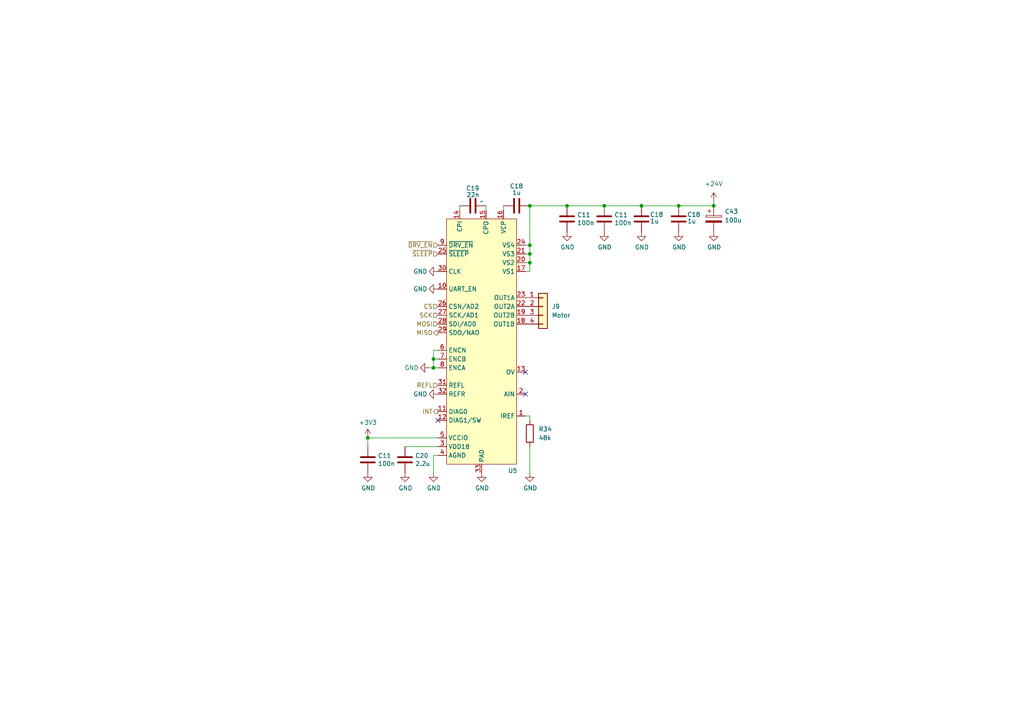
<source format=kicad_sch>
(kicad_sch (version 20230121) (generator eeschema)
  (paper "A4")
  (title_block (title "TkkrLab Pick&Place controller") (date "2024-01-09") (rev "0.1") (company "Nicolai Electronics"))
  (lib_symbols
    (symbol "Connector_Generic:Conn_01x04" (pin_names (offset 1.016) hide)
      (property "Reference" "J" (at 0 5.08 0))
      (property "Value" "Conn_01x04" (at 0 -7.62 0))
      (symbol "Conn_01x04_1_1"
        (rectangle (start -1.27 -4.953) (end 0 -5.207) (stroke (width 0.1524)))
        (rectangle (start -1.27 -2.413) (end 0 -2.667) (stroke (width 0.1524)))
        (rectangle (start -1.27 0.127) (end 0 -0.127) (stroke (width 0.1524)))
        (rectangle (start -1.27 2.667) (end 0 2.413) (stroke (width 0.1524)))
        (rectangle (start -1.27 3.81) (end 1.27 -6.35) (stroke (width 0.254)) (fill (type background)))
        (pin passive line (at -5.08 2.54 0) (length 3.81) (name "Pin_1") (number "1"))
        (pin passive line (at -5.08 0 0) (length 3.81) (name "Pin_2") (number "2"))
        (pin passive line (at -5.08 -2.54 0) (length 3.81) (name "Pin_3") (number "3"))
        (pin passive line (at -5.08 -5.08 0) (length 3.81) (name "Pin_4") (number "4"))
      )
    )
    (symbol "Device:C_Polarized" (pin_numbers hide) (pin_names (offset 0.254))
      (property "Reference" "C" (at 0.635 2.54 0))
      (property "Value" "C_Polarized" (at 0.635 -2.54 0))
      (symbol "C_Polarized_0_1"
        (rectangle (start -2.286 0.508) (end 2.286 1.016))
        (polyline (pts (xy -1.778 2.286) (xy -0.762 2.286)))
        (polyline (pts (xy -1.27 2.794) (xy -1.27 1.778)))
        (rectangle (start 2.286 -0.508) (end -2.286 -1.016) (fill (type outline)))
      )
      (symbol "C_Polarized_1_1"
        (pin passive line (at 0 3.81 270) (length 2.794) (name "~") (number "1"))
        (pin passive line (at 0 -3.81 90) (length 2.794) (name "~") (number "2"))
      )
    )
    (symbol "Device:R" (pin_numbers hide) (pin_names (offset 0))
      (property "Reference" "R" (at 2.032 0 90))
      (property "Value" "R" (at 0 0 90))
      (symbol "R_0_1"
        (rectangle (start -1.016 -2.54) (end 1.016 2.54) (stroke (width 0.254)))
      )
      (symbol "R_1_1"
        (pin passive line (at 0 3.81 270) (length 1.27) (name "~") (number "1"))
        (pin passive line (at 0 -3.81 90) (length 1.27) (name "~") (number "2"))
      )
    )
    (symbol "mch2021-rescue:+3.3V-power" (power) (pin_names (offset 0))
      (property "Value" "+3.3V-power" (at 0 3.556 0))
      (symbol "+3.3V-power_0_1"
        (polyline (pts (xy -0.762 1.27) (xy 0 2.54)))
        (polyline (pts (xy 0 0) (xy 0 2.54)))
        (polyline (pts (xy 0 2.54) (xy 0.762 1.27)))
      )
      (symbol "+3.3V-power_1_1"
        (pin power_in line (at 0 0 90) (length 0) hide (name "+3V3") (number "1"))
      )
    )
    (symbol "mch2021-rescue:C-Device" (pin_numbers hide) (pin_names (offset 0.254))
      (property "Reference" "C" (at 0.635 2.54 0))
      (property "Value" "C-Device" (at 0.635 -2.54 0))
      (symbol "C-Device_0_1"
        (polyline (pts (xy -2.032 -0.762) (xy 2.032 -0.762)) (stroke (width 0.508)))
        (polyline (pts (xy -2.032 0.762) (xy 2.032 0.762)) (stroke (width 0.508)))
      )
      (symbol "C-Device_1_1"
        (pin passive line (at 0 3.81 270) (length 2.794) (name "~") (number "1"))
        (pin passive line (at 0 -3.81 90) (length 2.794) (name "~") (number "2"))
      )
    )
    (symbol "mch2021-rescue:GND-power" (power) (pin_names (offset 0))
      (property "Value" "GND-power" (at 0 -3.81 0))
      (symbol "GND-power_0_1"
        (polyline (pts (xy 0 0) (xy 0 -1.27) (xy 1.27 -1.27) (xy 0 -2.54) (xy -1.27 -1.27) (xy 0 -1.27)))
      )
      (symbol "GND-power_1_1"
        (pin power_in line (at 0 0 270) (length 0) hide (name "GND") (number "1"))
      )
    )
    (symbol "power:+24V" (power) (pin_names (offset 0))
      (property "Value" "+24V" (at 0 3.556 0))
      (symbol "+24V_0_1"
        (polyline (pts (xy -0.762 1.27) (xy 0 2.54)))
        (polyline (pts (xy 0 0) (xy 0 2.54)))
        (polyline (pts (xy 0 2.54) (xy 0.762 1.27)))
      )
      (symbol "+24V_1_1"
        (pin power_in line (at 0 0 90) (length 0) hide (name "+24V") (number "1"))
      )
    )
    (symbol "tmc5240:TMC5240"
      (property "Reference" "U" (at -8.89 -36.83 0))
      (symbol "TMC5240_1_1"
        (rectangle (start -10.16 35.56) (end 10.16 -35.56) (fill (type background)))
        (pin input line (at 12.7 -21.59 180) (length 2.54) (name "IREF") (number "1"))
        (pin input line (at -12.7 15.24 0) (length 2.54) (name "UART_EN") (number "10"))
        (pin input line (at -12.7 -20.32 0) (length 2.54) (name "DIAG0") (number "11"))
        (pin input line (at -12.7 -22.86 0) (length 2.54) (name "DIAG1/SW") (number "12"))
        (pin input line (at 12.7 -8.89 180) (length 2.54) (name "OV") (number "13"))
        (pin input line (at -6.35 38.1 270) (length 2.54) (name "CPI") (number "14"))
        (pin input line (at 1.27 38.1 270) (length 2.54) (name "CPO") (number "15"))
        (pin input line (at 6.35 38.1 270) (length 2.54) (name "VCP") (number "16"))
        (pin power_in line (at 12.7 20.32 180) (length 2.54) (name "VS1") (number "17"))
        (pin output line (at 12.7 5.08 180) (length 2.54) (name "OUT1B") (number "18"))
        (pin output line (at 12.7 7.62 180) (length 2.54) (name "OUT2B") (number "19"))
        (pin input line (at 12.7 -15.24 180) (length 2.54) (name "AIN") (number "2"))
        (pin power_in line (at 12.7 22.86 180) (length 2.54) (name "VS2") (number "20"))
        (pin power_in line (at 12.7 25.4 180) (length 2.54) (name "VS3") (number "21"))
        (pin output line (at 12.7 10.16 180) (length 2.54) (name "OUT2A") (number "22"))
        (pin output line (at 12.7 12.7 180) (length 2.54) (name "OUT1A") (number "23"))
        (pin power_in line (at 12.7 27.94 180) (length 2.54) (name "VS4") (number "24"))
        (pin input line (at -12.7 25.4 0) (length 2.54) (name "~{SLEEP}") (number "25"))
        (pin input line (at -12.7 10.16 0) (length 2.54) (name "CSN/AD2") (number "26"))
        (pin input line (at -12.7 7.62 0) (length 2.54) (name "SCK/AD1") (number "27"))
        (pin input line (at -12.7 5.08 0) (length 2.54) (name "SDI/AD0") (number "28"))
        (pin input line (at -12.7 2.54 0) (length 2.54) (name "SDO/NAO") (number "29"))
        (pin power_out line (at -12.7 -30.48 0) (length 2.54) (name "VDD18") (number "3"))
        (pin input line (at -12.7 20.32 0) (length 2.54) (name "CLK") (number "30"))
        (pin input line (at -12.7 -12.7 0) (length 2.54) (name "REFL") (number "31"))
        (pin input line (at -12.7 -15.24 0) (length 2.54) (name "REFR") (number "32"))
        (pin input line (at 0 -38.1 90) (length 2.54) (name "PAD") (number "33"))
        (pin power_in line (at -12.7 -33.02 0) (length 2.54) (name "AGND") (number "4"))
        (pin power_in line (at -12.7 -27.94 0) (length 2.54) (name "VCCIO") (number "5"))
        (pin input line (at -12.7 -2.54 0) (length 2.54) (name "ENCN") (number "6"))
        (pin input line (at -12.7 -5.08 0) (length 2.54) (name "ENCB") (number "7"))
        (pin input line (at -12.7 -7.62 0) (length 2.54) (name "ENCA") (number "8"))
        (pin input line (at -12.7 27.94 0) (length 2.54) (name "~{DRV_EN}") (number "9"))
      )
    )
  )
  (junction (at 153.67 73.66))
  (junction (at 125.73 104.14))
  (junction (at 106.68 127))
  (junction (at 153.67 71.12))
  (junction (at 153.67 59.69))
  (junction (at 175.26 59.69))
  (junction (at 196.85 59.69))
  (junction (at 164.465 59.69))
  (junction (at 125.73 106.68))
  (junction (at 153.67 76.2))
  (junction (at 186.055 59.69))
  (junction (at 207.01 59.69))
  (no_connect (at 127 121.92))
  (no_connect (at 152.4 107.95))
  (no_connect (at 152.4 114.3))
  (wire (pts (xy 153.67 59.69) (xy 164.465 59.69)))
  (wire (pts (xy 175.26 59.69) (xy 186.055 59.69)))
  (wire (pts (xy 127 132.08) (xy 125.73 132.08)))
  (wire (pts (xy 153.67 71.12) (xy 152.4 71.12)))
  (wire (pts (xy 133.35 59.69) (xy 133.35 60.96)))
  (wire (pts (xy 153.67 78.74) (xy 153.67 76.2)))
  (wire (pts (xy 153.67 120.65) (xy 152.4 120.65)))
  (wire (pts (xy 117.475 129.54) (xy 127 129.54)))
  (wire (pts (xy 153.67 76.2) (xy 153.67 73.66)))
  (wire (pts (xy 153.67 121.92) (xy 153.67 120.65)))
  (wire (pts (xy 127 127) (xy 106.68 127)))
  (wire (pts (xy 152.4 78.74) (xy 153.67 78.74)))
  (wire (pts (xy 153.67 129.54) (xy 153.67 137.16)))
  (wire (pts (xy 125.73 106.68) (xy 125.73 104.14)))
  (wire (pts (xy 207.01 58.42) (xy 207.01 59.69)))
  (wire (pts (xy 125.73 106.68) (xy 127 106.68)))
  (wire (pts (xy 140.97 59.69) (xy 140.97 60.96)))
  (wire (pts (xy 106.68 127) (xy 106.68 129.54)))
  (wire (pts (xy 153.67 59.69) (xy 153.67 71.12)))
  (wire (pts (xy 125.73 132.08) (xy 125.73 137.16)))
  (wire (pts (xy 146.05 59.69) (xy 146.05 60.96)))
  (wire (pts (xy 124.46 106.68) (xy 125.73 106.68)))
  (wire (pts (xy 152.4 76.2) (xy 153.67 76.2)))
  (wire (pts (xy 153.67 73.66) (xy 153.67 71.12)))
  (wire (pts (xy 125.73 104.14) (xy 127 104.14)))
  (wire (pts (xy 125.73 104.14) (xy 125.73 101.6)))
  (wire (pts (xy 186.055 59.69) (xy 196.85 59.69)))
  (wire (pts (xy 152.4 73.66) (xy 153.67 73.66)))
  (wire (pts (xy 125.73 101.6) (xy 127 101.6)))
  (wire (pts (xy 196.85 59.69) (xy 207.01 59.69)))
  (wire (pts (xy 164.465 59.69) (xy 175.26 59.69)))
  (hierarchical_label "MISO" (shape output) (at 127 96.52 180))
  (hierarchical_label "SCK" (shape input) (at 127 91.44 180))
  (hierarchical_label "CS" (shape input) (at 127 88.9 180))
  (hierarchical_label "MOSI" (shape input) (at 127 93.98 180))
  (hierarchical_label "INT" (shape output) (at 127 119.38 180))
  (hierarchical_label "~{SLEEP}" (shape input) (at 127 73.66 180))
  (hierarchical_label "~{DRV_EN}" (shape input) (at 127 71.12 180))
  (hierarchical_label "REFL" (shape input) (at 127 111.76 180))
  (symbol (lib_id "mch2021-rescue:GND-power") (at 124.46 106.68 270) (unit 1)
    (property "Reference" "#PWR021" (effects hide))
    (property "Value" "GND" (at 119.38 106.68 90))
    (instances (project "pnp1" (path "" (reference "#PWR021") (unit 1)) (path "" (reference "#PWR057") (unit 1)) (path "" (reference "#PWR076") (unit 1)) (path "" (reference "#PWR089") (unit 1))))
  )
  (symbol (lib_id "mch2021-rescue:GND-power") (at 164.465 67.31 0) (unit 1)
    (property "Reference" "#PWR020" (effects hide))
    (property "Value" "GND" (at 164.592 71.7042 0))
    (instances (project "pnp1" (path "" (reference "#PWR020") (unit 1)) (path "" (reference "#PWR064") (unit 1)) (path "" (reference "#PWR083") (unit 1)) (path "" (reference "#PWR096") (unit 1))))
  )
  (symbol (lib_id "Device:R") (at 153.67 125.73 0) (unit 1)
    (property "Reference" "R34" (at 156.21 124.46 0) (effects (justify left)))
    (property "Value" "48k" (at 156.21 127 0) (effects (justify left)))
    (property "Footprint" "Resistor_SMD:R_0402_1005Metric" (effects hide))
    (instances (project "pnp1" (path "" (reference "R34") (unit 1)) (path "" (reference "R36") (unit 1)) (path "" (reference "R35") (unit 1))))
  )
  (symbol (lib_id "mch2021-rescue:GND-power") (at 139.7 137.16 0) (unit 1)
    (property "Reference" "#PWR020" (effects hide))
    (property "Value" "GND" (at 139.827 141.5542 0))
    (instances (project "pnp1" (path "" (reference "#PWR020") (unit 1)) (path "" (reference "#PWR062") (unit 1)) (path "" (reference "#PWR081") (unit 1)) (path "" (reference "#PWR094") (unit 1))))
  )
  (symbol (lib_id "mch2021-rescue:C-Device") (at 175.26 63.5 0) (unit 1)
    (property "Reference" "C11" (at 178.181 62.3316 0) (effects (justify left)))
    (property "Value" "100n" (at 178.181 64.643 0) (effects (justify left)))
    (property "Footprint" "Capacitor_SMD:C_0402_1005Metric" (effects hide))
    (property "Datasheet" "https://datasheet.lcsc.com/lcsc/1810191222_Samsung-Electro-Mechanics-CL05B104KB54PNC_C307331.pdf" (effects hide))
    (property "LCSC" "C307331" (effects hide))
    (property "Mouser" "-" (effects hide))
    (property "Sponsored" "N" (effects hide))
    (property "Category" "Capacitors" (effects hide))
    (property "Description" "Generic part" (effects hide))
    (property "Buy early" "Y" (effects hide))
    (property "MPN" "CL05B104KB54PNC" (effects hide))
    (property "Manufacturer" "Samsung Electro-Mechanics" (effects hide))
    (property "Minimal voltage rating" "10" (effects hide))
    (property "Voltage rating" "50" (effects hide))
    (instances (project "pnp1" (path "" (reference "C11") (unit 1)) (path "" (reference "C11") (unit 1)) (path "" (reference "C24") (unit 1)) (path "" (reference "C33") (unit 1)) (path "" (reference "C40") (unit 1))))
  )
  (symbol (lib_id "mch2021-rescue:GND-power") (at 175.26 67.31 0) (unit 1)
    (property "Reference" "#PWR020" (effects hide))
    (property "Value" "GND" (at 175.387 71.7042 0))
    (instances (project "pnp1" (path "" (reference "#PWR020") (unit 1)) (path "" (reference "#PWR065") (unit 1)) (path "" (reference "#PWR084") (unit 1)) (path "" (reference "#PWR097") (unit 1))))
  )
  (symbol (lib_id "mch2021-rescue:GND-power") (at 127 83.82 270) (unit 1)
    (property "Reference" "#PWR04" (effects hide))
    (property "Value" "GND" (at 121.92 83.82 90))
    (instances (project "pnp1" (path "" (reference "#PWR04") (unit 1)) (path "" (reference "#PWR060") (unit 1)) (path "" (reference "#PWR079") (unit 1)) (path "" (reference "#PWR092") (unit 1))))
  )
  (symbol (lib_id "mch2021-rescue:GND-power") (at 117.475 137.16 0) (unit 1)
    (property "Reference" "#PWR021" (effects hide))
    (property "Value" "GND" (at 117.602 141.5542 0))
    (instances (project "pnp1" (path "" (reference "#PWR021") (unit 1)) (path "" (reference "#PWR056") (unit 1)) (path "" (reference "#PWR075") (unit 1)) (path "" (reference "#PWR088") (unit 1))))
  )
  (symbol (lib_id "mch2021-rescue:GND-power") (at 106.68 137.16 0) (unit 1)
    (property "Reference" "#PWR021" (effects hide))
    (property "Value" "GND" (at 106.807 141.5542 0))
    (instances (project "pnp1" (path "" (reference "#PWR021") (unit 1)) (path "" (reference "#PWR055") (unit 1)) (path "" (reference "#PWR074") (unit 1)) (path "" (reference "#PWR072") (unit 1))))
  )
  (symbol (lib_id "mch2021-rescue:C-Device") (at 117.475 133.35 0) (unit 1)
    (property "Reference" "C20" (at 120.396 132.1816 0) (effects (justify left)))
    (property "Value" "2.2u" (at 120.396 134.493 0) (effects (justify left)))
    (property "Footprint" "Capacitor_SMD:C_0402_1005Metric" (effects hide))
    (instances (project "pnp1" (path "" (reference "C20") (unit 1)) (path "" (reference "C20") (unit 1)) (path "" (reference "C29") (unit 1)) (path "" (reference "C36") (unit 1))))
  )
  (symbol (lib_id "mch2021-rescue:C-Device") (at 196.85 63.5 180) (unit 1)
    (property "Reference" "C18" (at 203.2 62.23 0) (effects (justify left)))
    (property "Value" "1u" (at 201.93 64.135 0) (effects (justify left)))
    (property "Footprint" "Capacitor_SMD:C_0402_1005Metric" (effects hide))
    (property "Datasheet" "https://datasheet.lcsc.com/lcsc/1810191216_Samsung-Electro-Mechanics-CL05A105KQ5NNNC_C107372.pdf" (effects hide))
    (property "LCSC" "C107372" (effects hide))
    (property "Mouser" "-" (effects hide))
    (property "Sponsored" "N" (effects hide))
    (property "Category" "Capacitors" (effects hide))
    (property "Description" "Generic part" (effects hide))
    (property "Buy early" "Y" (effects hide))
    (property "MPN" "CL05A105KQ5NNNC" (effects hide))
    (property "Manufacturer" "Samsung Electro-Mechanics" (effects hide))
    (property "Minimal voltage rating" "6" (effects hide))
    (property "Voltage rating" "6.3" (effects hide))
    (instances (project "pnp1" (path "" (reference "C18") (unit 1)) (path "" (reference "C26") (unit 1)) (path "" (reference "C35") (unit 1)) (path "" (reference "C42") (unit 1))))
  )
  (symbol (lib_id "tmc5240:TMC5240") (at 139.7 99.06 0) (unit 1)
    (property "Reference" "U5" (at 147.32 136.525 0) (effects (justify left)))
    (property "Value" "~" (at 139.7 58.42 0))
    (property "Footprint" "Package_DFN_QFN:TQFN-32-1EP_5x5mm_P0.5mm_EP3.1x3.1mm_ThermalVias" (effects hide))
    (instances (project "pnp1" (path "" (reference "U5") (unit 1)) (path "" (reference "U5") (unit 1)) (path "" (reference "U6") (unit 1)) (path "" (reference "U7") (unit 1))))
  )
  (symbol (lib_id "mch2021-rescue:GND-power") (at 127 114.3 270) (unit 1)
    (property "Reference" "#PWR021" (effects hide))
    (property "Value" "GND" (at 121.92 114.3 90))
    (instances (project "pnp1" (path "" (reference "#PWR021") (unit 1)) (path "" (reference "#PWR061") (unit 1)) (path "" (reference "#PWR080") (unit 1)) (path "" (reference "#PWR093") (unit 1))))
  )
  (symbol (lib_id "power:+24V") (at 207.01 58.42 0) (unit 1)
    (property "Reference" "#PWR067" (effects hide))
    (property "Value" "+24V" (at 207.01 53.34 0))
    (instances (project "pnp1" (path "" (reference "#PWR067") (unit 1)) (path "" (reference "#PWR086") (unit 1)) (path "" (reference "#PWR099") (unit 1))))
  )
  (symbol (lib_id "Device:C_Polarized") (at 207.01 63.5 0) (unit 1)
    (property "Reference" "C43" (at 210.185 61.341 0) (effects (justify left)))
    (property "Value" "100u" (at 210.185 63.881 0) (effects (justify left)))
    (property "Footprint" "Capacitor_SMD:CP_Elec_8x10" (effects hide))
    (instances (project "pnp1" (path "" (reference "C43") (unit 1)) (path "" (reference "C43") (unit 1)) (path "" (reference "C44") (unit 1)) (path "" (reference "C45") (unit 1))))
  )
  (symbol (lib_id "mch2021-rescue:C-Device") (at 164.465 63.5 0) (unit 1)
    (property "Reference" "C11" (at 167.386 62.3316 0) (effects (justify left)))
    (property "Value" "100n" (at 167.386 64.643 0) (effects (justify left)))
    (property "Footprint" "Capacitor_SMD:C_0402_1005Metric" (effects hide))
    (property "Datasheet" "https://datasheet.lcsc.com/lcsc/1810191222_Samsung-Electro-Mechanics-CL05B104KB54PNC_C307331.pdf" (effects hide))
    (property "LCSC" "C307331" (effects hide))
    (property "Mouser" "-" (effects hide))
    (property "Sponsored" "N" (effects hide))
    (property "Category" "Capacitors" (effects hide))
    (property "Description" "Generic part" (effects hide))
    (property "Buy early" "Y" (effects hide))
    (property "MPN" "CL05B104KB54PNC" (effects hide))
    (property "Manufacturer" "Samsung Electro-Mechanics" (effects hide))
    (property "Minimal voltage rating" "10" (effects hide))
    (property "Voltage rating" "50" (effects hide))
    (instances (project "pnp1" (path "" (reference "C11") (unit 1)) (path "" (reference "C11") (unit 1)) (path "" (reference "C23") (unit 1)) (path "" (reference "C32") (unit 1)) (path "" (reference "C39") (unit 1))))
  )
  (symbol (lib_id "Connector_Generic:Conn_01x04") (at 157.48 88.9 0) (unit 1)
    (property "Reference" "J9" (at 160.02 88.9 0) (effects (justify left)))
    (property "Value" "Motor" (at 160.02 91.44 0) (effects (justify left)))
    (property "Footprint" "Connector_JST:JST_XH_B4B-XH-A_1x04_P2.50mm_Vertical" (effects hide))
    (instances (project "pnp1" (path "" (reference "J9") (unit 1)) (path "" (reference "J10") (unit 1)) (path "" (reference "J12") (unit 1)) (path "" (reference "J11") (unit 1))))
  )
  (symbol (lib_id "mch2021-rescue:C-Device") (at 106.68 133.35 0) (unit 1)
    (property "Reference" "C11" (at 109.601 132.1816 0) (effects (justify left)))
    (property "Value" "100n" (at 109.601 134.493 0) (effects (justify left)))
    (property "Footprint" "Capacitor_SMD:C_0402_1005Metric" (effects hide))
    (property "Datasheet" "https://datasheet.lcsc.com/lcsc/1810191222_Samsung-Electro-Mechanics-CL05B104KB54PNC_C307331.pdf" (effects hide))
    (property "LCSC" "C307331" (effects hide))
    (property "Mouser" "-" (effects hide))
    (property "Sponsored" "N" (effects hide))
    (property "Category" "Capacitors" (effects hide))
    (property "Description" "Generic part" (effects hide))
    (property "Buy early" "Y" (effects hide))
    (property "MPN" "CL05B104KB54PNC" (effects hide))
    (property "Manufacturer" "Samsung Electro-Mechanics" (effects hide))
    (property "Minimal voltage rating" "10" (effects hide))
    (property "Voltage rating" "50" (effects hide))
    (instances (project "pnp1" (path "" (reference "C11") (unit 1)) (path "" (reference "C11") (unit 1)) (path "" (reference "C19") (unit 1)) (path "" (reference "C28") (unit 1)) (path "" (reference "C27") (unit 1))))
  )
  (symbol (lib_id "mch2021-rescue:+3.3V-power") (at 106.68 127 0) (unit 1)
    (property "Reference" "#PWR03" (effects hide))
    (property "Value" "+3.3V" (at 106.68 122.555 0))
    (instances (project "pnp1" (path "" (reference "#PWR03") (unit 1)) (path "" (reference "#PWR054") (unit 1)) (path "" (reference "#PWR073") (unit 1)) (path "" (reference "#PWR071") (unit 1))))
  )
  (symbol (lib_id "mch2021-rescue:GND-power") (at 127 78.74 270) (unit 1)
    (property "Reference" "#PWR04" (effects hide))
    (property "Value" "GND" (at 121.92 78.74 90))
    (instances (project "pnp1" (path "" (reference "#PWR04") (unit 1)) (path "" (reference "#PWR059") (unit 1)) (path "" (reference "#PWR078") (unit 1)) (path "" (reference "#PWR091") (unit 1))))
  )
  (symbol (lib_id "mch2021-rescue:GND-power") (at 153.67 137.16 0) (unit 1)
    (property "Reference" "#PWR020" (effects hide))
    (property "Value" "GND" (at 153.797 141.5542 0))
    (instances (project "pnp1" (path "" (reference "#PWR020") (unit 1)) (path "" (reference "#PWR063") (unit 1)) (path "" (reference "#PWR082") (unit 1)) (path "" (reference "#PWR095") (unit 1))))
  )
  (symbol (lib_id "mch2021-rescue:GND-power") (at 196.85 67.31 0) (unit 1)
    (property "Reference" "#PWR020" (effects hide))
    (property "Value" "GND" (at 196.977 71.7042 0))
    (instances (project "pnp1" (path "" (reference "#PWR020") (unit 1)) (path "" (reference "#PWR068") (unit 1)) (path "" (reference "#PWR087") (unit 1)) (path "" (reference "#PWR0100") (unit 1))))
  )
  (symbol (lib_id "mch2021-rescue:GND-power") (at 207.01 67.31 0) (unit 1)
    (property "Reference" "#PWR020" (effects hide))
    (property "Value" "GND" (at 207.137 71.7042 0))
    (instances (project "pnp1" (path "" (reference "#PWR020") (unit 1)) (path "" (reference "#PWR06") (unit 1)) (path "" (reference "#PWR07") (unit 1)) (path "" (reference "#PWR08") (unit 1))))
  )
  (symbol (lib_id "mch2021-rescue:C-Device") (at 186.055 63.5 180) (unit 1)
    (property "Reference" "C18" (at 192.405 62.23 0) (effects (justify left)))
    (property "Value" "1u" (at 191.135 64.135 0) (effects (justify left)))
    (property "Footprint" "Capacitor_SMD:C_0402_1005Metric" (effects hide))
    (property "Datasheet" "https://datasheet.lcsc.com/lcsc/1810191216_Samsung-Electro-Mechanics-CL05A105KQ5NNNC_C107372.pdf" (effects hide))
    (property "LCSC" "C107372" (effects hide))
    (property "Mouser" "-" (effects hide))
    (property "Sponsored" "N" (effects hide))
    (property "Category" "Capacitors" (effects hide))
    (property "Description" "Generic part" (effects hide))
    (property "Buy early" "Y" (effects hide))
    (property "MPN" "CL05A105KQ5NNNC" (effects hide))
    (property "Manufacturer" "Samsung Electro-Mechanics" (effects hide))
    (property "Minimal voltage rating" "6" (effects hide))
    (property "Voltage rating" "6.3" (effects hide))
    (instances (project "pnp1" (path "" (reference "C18") (unit 1)) (path "" (reference "C25") (unit 1)) (path "" (reference "C34") (unit 1)) (path "" (reference "C41") (unit 1))))
  )
  (symbol (lib_id "mch2021-rescue:GND-power") (at 186.055 67.31 0) (unit 1)
    (property "Reference" "#PWR020" (effects hide))
    (property "Value" "GND" (at 186.182 71.7042 0))
    (instances (project "pnp1" (path "" (reference "#PWR020") (unit 1)) (path "" (reference "#PWR066") (unit 1)) (path "" (reference "#PWR085") (unit 1)) (path "" (reference "#PWR098") (unit 1))))
  )
  (symbol (lib_id "mch2021-rescue:C-Device") (at 137.16 59.69 90) (unit 1)
    (property "Reference" "C19" (at 139.065 54.61 90) (effects (justify left)))
    (property "Value" "22n" (at 139.065 56.515 90) (effects (justify left)))
    (property "Footprint" "Capacitor_SMD:C_0402_1005Metric" (effects hide))
    (instances (project "pnp1" (path "" (reference "C19") (unit 1)) (path "" (reference "C21") (unit 1)) (path "" (reference "C30") (unit 1)) (path "" (reference "C37") (unit 1))))
  )
  (symbol (lib_id "mch2021-rescue:C-Device") (at 149.86 59.69 90) (unit 1)
    (property "Reference" "C18" (at 151.765 53.975 90) (effects (justify left)))
    (property "Value" "1u" (at 151.13 55.88 90) (effects (justify left)))
    (property "Footprint" "Capacitor_SMD:C_0402_1005Metric" (effects hide))
    (property "Datasheet" "https://datasheet.lcsc.com/lcsc/1810191216_Samsung-Electro-Mechanics-CL05A105KQ5NNNC_C107372.pdf" (effects hide))
    (property "LCSC" "C107372" (effects hide))
    (property "Mouser" "-" (effects hide))
    (property "Sponsored" "N" (effects hide))
    (property "Category" "Capacitors" (effects hide))
    (property "Description" "Generic part" (effects hide))
    (property "Buy early" "Y" (effects hide))
    (property "MPN" "CL05A105KQ5NNNC" (effects hide))
    (property "Manufacturer" "Samsung Electro-Mechanics" (effects hide))
    (property "Minimal voltage rating" "6" (effects hide))
    (property "Voltage rating" "6.3" (effects hide))
    (instances (project "pnp1" (path "" (reference "C18") (unit 1)) (path "" (reference "C22") (unit 1)) (path "" (reference "C31") (unit 1)) (path "" (reference "C38") (unit 1))))
  )
  (symbol (lib_id "mch2021-rescue:GND-power") (at 125.73 137.16 0) (unit 1)
    (property "Reference" "#PWR021" (effects hide))
    (property "Value" "GND" (at 125.857 141.5542 0))
    (instances (project "pnp1" (path "" (reference "#PWR021") (unit 1)) (path "" (reference "#PWR058") (unit 1)) (path "" (reference "#PWR077") (unit 1)) (path "" (reference "#PWR090") (unit 1))))
  )
)
</source>
